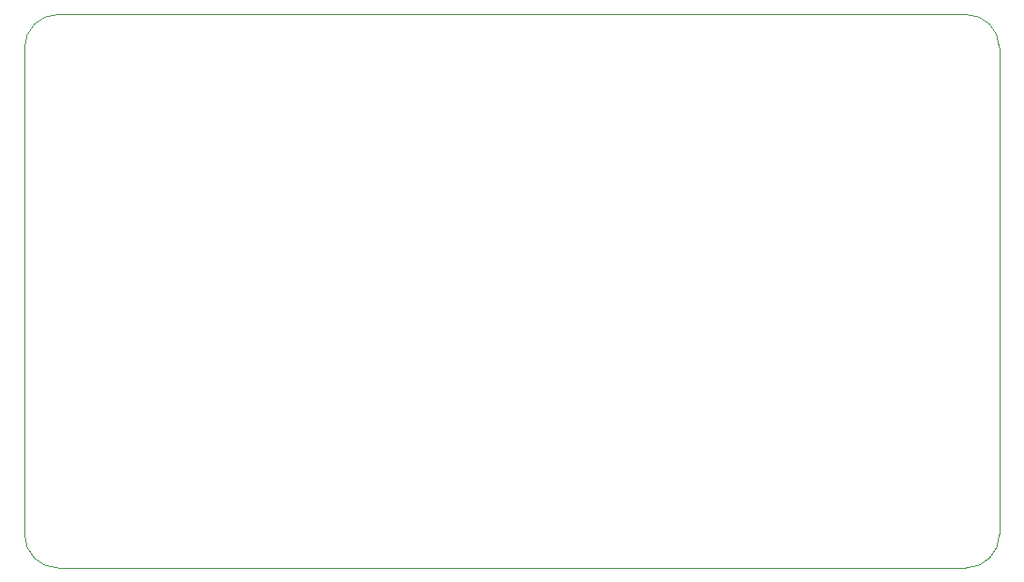
<source format=gm1>
%TF.GenerationSoftware,KiCad,Pcbnew,8.0.2*%
%TF.CreationDate,2024-12-26T16:34:37-05:00*%
%TF.ProjectId,Node Controller,4e6f6465-2043-46f6-9e74-726f6c6c6572,rev?*%
%TF.SameCoordinates,Original*%
%TF.FileFunction,Profile,NP*%
%FSLAX46Y46*%
G04 Gerber Fmt 4.6, Leading zero omitted, Abs format (unit mm)*
G04 Created by KiCad (PCBNEW 8.0.2) date 2024-12-26 16:34:37*
%MOMM*%
%LPD*%
G01*
G04 APERTURE LIST*
%TA.AperFunction,Profile*%
%ADD10C,0.050000*%
%TD*%
G04 APERTURE END LIST*
D10*
X106000000Y-93000000D02*
X188000000Y-93000000D01*
X103000000Y-90000000D02*
X103000000Y-46000000D01*
X191000000Y-90000000D02*
G75*
G02*
X188000000Y-93000000I-3000000J0D01*
G01*
X106000000Y-93000000D02*
G75*
G02*
X103000000Y-90000000I0J3000000D01*
G01*
X188000000Y-43000000D02*
X106000000Y-43000000D01*
X103000000Y-46000000D02*
G75*
G02*
X106000000Y-43000000I3000000J0D01*
G01*
X191000000Y-46000000D02*
X191000000Y-90000000D01*
X188000000Y-43000000D02*
G75*
G02*
X191000000Y-46000000I0J-3000000D01*
G01*
M02*

</source>
